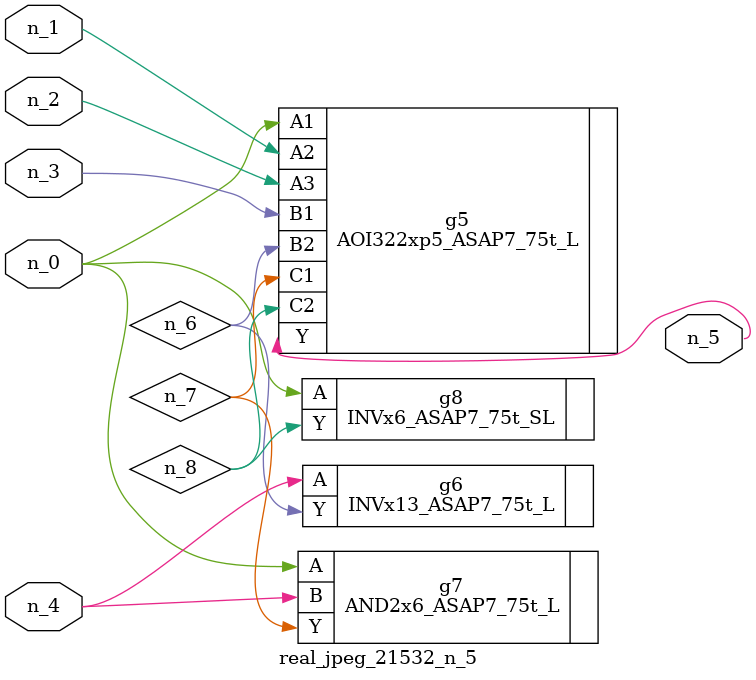
<source format=v>
module real_jpeg_21532_n_5 (n_4, n_0, n_1, n_2, n_3, n_5);

input n_4;
input n_0;
input n_1;
input n_2;
input n_3;

output n_5;

wire n_8;
wire n_6;
wire n_7;

AOI322xp5_ASAP7_75t_L g5 ( 
.A1(n_0),
.A2(n_1),
.A3(n_2),
.B1(n_3),
.B2(n_6),
.C1(n_7),
.C2(n_8),
.Y(n_5)
);

AND2x6_ASAP7_75t_L g7 ( 
.A(n_0),
.B(n_4),
.Y(n_7)
);

INVx6_ASAP7_75t_SL g8 ( 
.A(n_0),
.Y(n_8)
);

INVx13_ASAP7_75t_L g6 ( 
.A(n_4),
.Y(n_6)
);


endmodule
</source>
